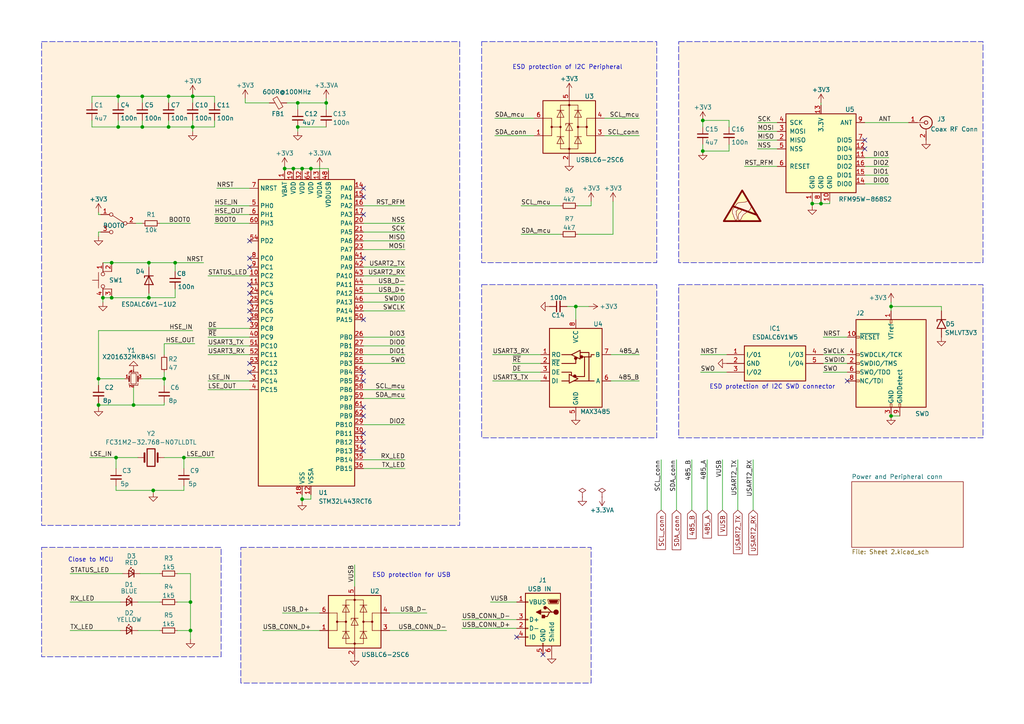
<source format=kicad_sch>
(kicad_sch (version 20230121) (generator eeschema)
  (paper "A4")
  (title_block (title "LoST 9632 Board") (date "2023-08-15") (rev "v1b") (company "SenseA Labs"))
  (lib_symbols
    (symbol "Collins_Custom_Libs:Conn_Coaxial_RF_Connector"
      (property "Reference" "J" (at 0 3.175 0))
      (property "Value" "Coax RF Conn" (at 3.175 -0.635 90))
      (symbol "Conn_Coaxial_RF_Connector_1_1"
        (pin passive line (at -5.08 0 0) (length 2.54) (name "In") (number "1"))
        (pin passive line (at 0 -5.08 90) (length 2.54) (name "GND") (number "2"))
        (pin passive line (at 0 -5.08 90) (length 2.54) hide (name "GND") (number "3"))
      )
    )
    (symbol "Collins_Custom_Libs:ESDALC6V1W5"
      (property "Reference" "IC" (at 24.13 7.62 0))
      (property "Value" "ESDALC6V1W5" (at 24.13 5.08 0))
      (symbol "ESDALC6V1W5_1_1"
        (pin passive line (at 0 0 0) (length 5.08) (name "I/01") (number "1"))
        (pin passive line (at 0 -2.54 0) (length 5.08) (name "GND") (number "2"))
        (pin passive line (at 0 -5.08 0) (length 5.08) (name "I/02") (number "3"))
        (pin passive line (at 27.94 0 180) (length 5.08) (name "I/03") (number "4"))
        (pin passive line (at 27.94 -2.54 180) (length 5.08) (name "I/04") (number "5"))
      )
    )
    (symbol "Connector:Conn_ARM_JTAG_SWD_10" (pin_names (offset 1.016))
      (property "Reference" "J" (at -2.54 16.51 0))
      (property "Value" "Conn_ARM_JTAG_SWD_10" (at -2.54 13.97 0))
      (symbol "Conn_ARM_JTAG_SWD_10_1_1"
        (pin power_in line (at 0 15.24 270) (length 2.54) (name "VTref") (number "1"))
        (pin open_collector line (at 12.7 7.62 180) (length 2.54) (name "~{RESET}") (number "10"))
        (pin bidirectional line (at 12.7 0 180) (length 2.54) (name "SWDIO/TMS") (number "2"))
        (pin power_in line (at 0 -15.24 90) (length 2.54) (name "GND") (number "3"))
        (pin output line (at 12.7 2.54 180) (length 2.54) (name "SWDCLK/TCK") (number "4"))
        (pin passive line (at 0 -15.24 90) (length 2.54) hide (name "GND") (number "5"))
        (pin input line (at 12.7 -2.54 180) (length 2.54) (name "SWO/TDO") (number "6"))
        (pin no_connect line (at -10.16 0 0) (length 2.54) hide (name "KEY") (number "7"))
        (pin output line (at 12.7 -5.08 180) (length 2.54) (name "NC/TDI") (number "8"))
        (pin passive line (at -2.54 -15.24 90) (length 2.54) (name "GNDDetect") (number "9"))
      )
    )
    (symbol "Connector:USB_B_Micro" (pin_names (offset 1.016))
      (property "Reference" "J" (at -5.08 11.43 0))
      (property "Value" "USB_B_Micro" (at -5.08 8.89 0))
      (symbol "USB_B_Micro_1_1"
        (pin power_out line (at 7.62 5.08 180) (length 2.54) (name "VBUS") (number "1"))
        (pin bidirectional line (at 7.62 -2.54 180) (length 2.54) (name "D-") (number "2"))
        (pin bidirectional line (at 7.62 0 180) (length 2.54) (name "D+") (number "3"))
        (pin passive line (at 7.62 -5.08 180) (length 2.54) (name "ID") (number "4"))
        (pin power_out line (at 0 -10.16 90) (length 2.54) (name "GND") (number "5"))
        (pin passive line (at -2.54 -10.16 90) (length 2.54) (name "Shield") (number "6"))
      )
    )
    (symbol "Device:C_Small" (pin_numbers hide) (pin_names (offset 0.254) hide)
      (property "Reference" "C" (at 0.254 1.778 0))
      (property "Value" "C_Small" (at 0.254 -2.032 0))
      (symbol "C_Small_1_1"
        (pin passive line (at 0 2.54 270) (length 2.032) (name "~") (number "1"))
        (pin passive line (at 0 -2.54 90) (length 2.032) (name "~") (number "2"))
      )
    )
    (symbol "Device:Crystal" (pin_numbers hide) (pin_names (offset 1.016) hide)
      (property "Reference" "Y" (at 0 3.81 0))
      (property "Value" "Crystal" (at 0 -3.81 0))
      (symbol "Crystal_1_1"
        (pin passive line (at -3.81 0 0) (length 1.27) (name "1") (number "1"))
        (pin passive line (at 3.81 0 180) (length 1.27) (name "2") (number "2"))
      )
    )
    (symbol "Device:Crystal_GND24_Small" (pin_names (offset 1.016) hide)
      (property "Reference" "Y" (at 1.27 4.445 0))
      (property "Value" "Crystal_GND24_Small" (at 1.27 2.54 0))
      (symbol "Crystal_GND24_Small_1_1"
        (pin passive line (at -2.54 0 0) (length 1.27) (name "1") (number "1"))
        (pin passive line (at 0 -2.54 90) (length 0.635) (name "2") (number "2"))
        (pin passive line (at 2.54 0 180) (length 1.27) (name "3") (number "3"))
        (pin passive line (at 0 2.54 270) (length 0.635) (name "4") (number "4"))
      )
    )
    (symbol "Device:FerriteBead_Small" (pin_numbers hide) (pin_names (offset 0))
      (property "Reference" "FB" (at 1.905 1.27 0))
      (property "Value" "FerriteBead_Small" (at 1.905 -1.27 0))
      (symbol "FerriteBead_Small_1_1"
        (pin passive line (at 0 2.54 270) (length 1.27) (name "~") (number "1"))
        (pin passive line (at 0 -2.54 90) (length 1.27) (name "~") (number "2"))
      )
    )
    (symbol "Device:LED_Small" (pin_numbers hide) (pin_names (offset 0.254) hide)
      (property "Reference" "D" (at -1.27 3.175 0))
      (property "Value" "LED_Small" (at -4.445 -2.54 0))
      (symbol "LED_Small_1_1"
        (pin passive line (at -2.54 0 0) (length 1.778) (name "K") (number "1"))
        (pin passive line (at 2.54 0 180) (length 1.778) (name "A") (number "2"))
      )
    )
    (symbol "Device:R_Small" (pin_numbers hide) (pin_names (offset 0.254) hide)
      (property "Reference" "R" (at 0.762 0.508 0))
      (property "Value" "R_Small" (at 0.762 -1.016 0))
      (symbol "R_Small_1_1"
        (pin passive line (at 0 2.54 270) (length 0.762) (name "~") (number "1"))
        (pin passive line (at 0 -2.54 90) (length 0.762) (name "~") (number "2"))
      )
    )
    (symbol "Diode:ESD5Zxx" (pin_numbers hide) (pin_names hide)
      (property "Reference" "D" (at 0 2.54 0))
      (property "Value" "ESD5Zxx" (at 0 -2.54 0))
      (symbol "ESD5Zxx_1_1"
        (pin passive line (at -3.81 0 0) (length 2.54) (name "K") (number "1"))
        (pin passive line (at 3.81 0 180) (length 2.54) (name "A") (number "2"))
      )
    )
    (symbol "Diode:SM6T6V8A" (pin_numbers hide) (pin_names (offset 1.016) hide)
      (property "Reference" "D" (at 0 2.54 0))
      (property "Value" "SM6T6V8A" (at 0 -2.54 0))
      (symbol "SM6T6V8A_1_1"
        (pin passive line (at -3.81 0 0) (length 2.54) (name "A1") (number "1"))
        (pin passive line (at 3.81 0 180) (length 2.54) (name "A2") (number "2"))
      )
    )
    (symbol "Graphic:SYM_ESD_Large" (in_bom no) (on_board no))
    (symbol "Interface_UART:MAX3485"
      (property "Reference" "U" (at -6.096 11.43 0))
      (property "Value" "MAX3485" (at 0.762 11.43 0))
      (symbol "MAX3485_1_1"
        (pin output line (at -10.16 2.54 0) (length 2.54) (name "RO") (number "1"))
        (pin input line (at -10.16 0 0) (length 2.54) (name "~{RE}") (number "2"))
        (pin input line (at -10.16 -2.54 0) (length 2.54) (name "DE") (number "3"))
        (pin input line (at -10.16 -5.08 0) (length 2.54) (name "DI") (number "4"))
        (pin power_in line (at 0 -15.24 90) (length 2.54) (name "GND") (number "5"))
        (pin bidirectional line (at 10.16 -5.08 180) (length 2.54) (name "A") (number "6"))
        (pin bidirectional line (at 10.16 2.54 180) (length 2.54) (name "B") (number "7"))
        (pin power_in line (at 0 12.7 270) (length 2.54) (name "VCC") (number "8"))
      )
    )
    (symbol "MCU_ST_STM32L4:STM32L443RCTx"
      (property "Reference" "U" (at -12.7 46.99 0))
      (property "Value" "STM32L443RCTx" (at 10.16 46.99 0))
      (symbol "STM32L443RCTx_1_1"
        (pin power_in line (at -5.08 48.26 270) (length 2.54) (name "VBAT") (number "1"))
        (pin bidirectional line (at -15.24 17.78 0) (length 2.54) (name "PC2") (number "10"))
        (pin bidirectional line (at -15.24 15.24 0) (length 2.54) (name "PC3") (number "11"))
        (pin power_in line (at 2.54 -45.72 90) (length 2.54) (name "VSSA") (number "12"))
        (pin power_in line (at 5.08 48.26 270) (length 2.54) (name "VDDA") (number "13"))
        (pin bidirectional line (at 17.78 43.18 180) (length 2.54) (name "PA0") (number "14"))
        (pin bidirectional line (at 17.78 40.64 180) (length 2.54) (name "PA1") (number "15"))
        (pin bidirectional line (at 17.78 38.1 180) (length 2.54) (name "PA2") (number "16"))
        (pin bidirectional line (at 17.78 35.56 180) (length 2.54) (name "PA3") (number "17"))
        (pin power_in line (at 0 -45.72 90) (length 2.54) (name "VSS") (number "18"))
        (pin power_in line (at -2.54 48.26 270) (length 2.54) (name "VDD") (number "19"))
        (pin bidirectional line (at -15.24 -10.16 0) (length 2.54) (name "PC13") (number "2"))
        (pin bidirectional line (at 17.78 33.02 180) (length 2.54) (name "PA4") (number "20"))
        (pin bidirectional line (at 17.78 30.48 180) (length 2.54) (name "PA5") (number "21"))
        (pin bidirectional line (at 17.78 27.94 180) (length 2.54) (name "PA6") (number "22"))
        (pin bidirectional line (at 17.78 25.4 180) (length 2.54) (name "PA7") (number "23"))
        (pin bidirectional line (at -15.24 12.7 0) (length 2.54) (name "PC4") (number "24"))
        (pin bidirectional line (at -15.24 10.16 0) (length 2.54) (name "PC5") (number "25"))
        (pin bidirectional line (at 17.78 0 180) (length 2.54) (name "PB0") (number "26"))
        (pin bidirectional line (at 17.78 -2.54 180) (length 2.54) (name "PB1") (number "27"))
        (pin bidirectional line (at 17.78 -5.08 180) (length 2.54) (name "PB2") (number "28"))
        (pin bidirectional line (at 17.78 -25.4 180) (length 2.54) (name "PB10") (number "29"))
        (pin bidirectional line (at -15.24 -12.7 0) (length 2.54) (name "PC14") (number "3"))
        (pin bidirectional line (at 17.78 -27.94 180) (length 2.54) (name "PB11") (number "30"))
        (pin passive line (at 0 -45.72 90) (length 2.54) hide (name "VSS") (number "31"))
        (pin power_in line (at 0 48.26 270) (length 2.54) (name "VDD") (number "32"))
        (pin bidirectional line (at 17.78 -30.48 180) (length 2.54) (name "PB12") (number "33"))
        (pin bidirectional line (at 17.78 -33.02 180) (length 2.54) (name "PB13") (number "34"))
        (pin bidirectional line (at 17.78 -35.56 180) (length 2.54) (name "PB14") (number "35"))
        (pin bidirectional line (at 17.78 -38.1 180) (length 2.54) (name "PB15") (number "36"))
        (pin bidirectional line (at -15.24 7.62 0) (length 2.54) (name "PC6") (number "37"))
        (pin bidirectional line (at -15.24 5.08 0) (length 2.54) (name "PC7") (number "38"))
        (pin bidirectional line (at -15.24 2.54 0) (length 2.54) (name "PC8") (number "39"))
        (pin bidirectional line (at -15.24 -15.24 0) (length 2.54) (name "PC15") (number "4"))
        (pin bidirectional line (at -15.24 0 0) (length 2.54) (name "PC9") (number "40"))
        (pin bidirectional line (at 17.78 22.86 180) (length 2.54) (name "PA8") (number "41"))
        (pin bidirectional line (at 17.78 20.32 180) (length 2.54) (name "PA9") (number "42"))
        (pin bidirectional line (at 17.78 17.78 180) (length 2.54) (name "PA10") (number "43"))
        (pin bidirectional line (at 17.78 15.24 180) (length 2.54) (name "PA11") (number "44"))
        (pin bidirectional line (at 17.78 12.7 180) (length 2.54) (name "PA12") (number "45"))
        (pin bidirectional line (at 17.78 10.16 180) (length 2.54) (name "PA13") (number "46"))
        (pin passive line (at 0 -45.72 90) (length 2.54) hide (name "VSS") (number "47"))
        (pin power_in line (at 7.62 48.26 270) (length 2.54) (name "VDDUSB") (number "48"))
        (pin bidirectional line (at 17.78 7.62 180) (length 2.54) (name "PA14") (number "49"))
        (pin bidirectional line (at -15.24 38.1 0) (length 2.54) (name "PH0") (number "5"))
        (pin bidirectional line (at 17.78 5.08 180) (length 2.54) (name "PA15") (number "50"))
        (pin bidirectional line (at -15.24 -2.54 0) (length 2.54) (name "PC10") (number "51"))
        (pin bidirectional line (at -15.24 -5.08 0) (length 2.54) (name "PC11") (number "52"))
        (pin bidirectional line (at -15.24 -7.62 0) (length 2.54) (name "PC12") (number "53"))
        (pin bidirectional line (at -15.24 27.94 0) (length 2.54) (name "PD2") (number "54"))
        (pin bidirectional line (at 17.78 -7.62 180) (length 2.54) (name "PB3") (number "55"))
        (pin bidirectional line (at 17.78 -10.16 180) (length 2.54) (name "PB4") (number "56"))
        (pin bidirectional line (at 17.78 -12.7 180) (length 2.54) (name "PB5") (number "57"))
        (pin bidirectional line (at 17.78 -15.24 180) (length 2.54) (name "PB6") (number "58"))
        (pin bidirectional line (at 17.78 -17.78 180) (length 2.54) (name "PB7") (number "59"))
        (pin bidirectional line (at -15.24 35.56 0) (length 2.54) (name "PH1") (number "6"))
        (pin bidirectional line (at -15.24 33.02 0) (length 2.54) (name "PH3") (number "60"))
        (pin bidirectional line (at 17.78 -20.32 180) (length 2.54) (name "PB8") (number "61"))
        (pin bidirectional line (at 17.78 -22.86 180) (length 2.54) (name "PB9") (number "62"))
        (pin passive line (at 0 -45.72 90) (length 2.54) hide (name "VSS") (number "63"))
        (pin power_in line (at 2.54 48.26 270) (length 2.54) (name "VDD") (number "64"))
        (pin input line (at -15.24 43.18 0) (length 2.54) (name "NRST") (number "7"))
        (pin bidirectional line (at -15.24 22.86 0) (length 2.54) (name "PC0") (number "8"))
        (pin bidirectional line (at -15.24 20.32 0) (length 2.54) (name "PC1") (number "9"))
      )
    )
    (symbol "Power_Protection:USBLC6-2SC6" (pin_names hide)
      (property "Reference" "U" (at 2.54 8.89 0))
      (property "Value" "USBLC6-2SC6" (at 2.54 -8.89 0))
      (symbol "USBLC6-2SC6_1_1"
        (pin passive line (at -10.16 -2.54 0) (length 2.54) (name "I/O1") (number "1"))
        (pin passive line (at 0 -10.16 90) (length 2.54) (name "GND") (number "2"))
        (pin passive line (at 10.16 -2.54 180) (length 2.54) (name "I/O2") (number "3"))
        (pin passive line (at 10.16 2.54 180) (length 2.54) (name "I/O2") (number "4"))
        (pin passive line (at 0 10.16 270) (length 2.54) (name "VBUS") (number "5"))
        (pin passive line (at -10.16 2.54 0) (length 2.54) (name "I/O1") (number "6"))
      )
    )
    (symbol "RF_Module:RFM95W-868S2" (pin_names (offset 1.016))
      (property "Reference" "U" (at -10.414 11.684 0))
      (property "Value" "RFM95W-868S2" (at 1.524 11.43 0))
      (symbol "RFM95W-868S2_1_1"
        (pin power_in line (at -2.54 -15.24 90) (length 2.54) (name "GND") (number "1"))
        (pin power_in line (at 2.54 -15.24 90) (length 2.54) (name "GND") (number "10"))
        (pin bidirectional line (at 12.7 -2.54 180) (length 2.54) (name "DIO3") (number "11"))
        (pin bidirectional line (at 12.7 0 180) (length 2.54) (name "DIO4") (number "12"))
        (pin power_in line (at 0 12.7 270) (length 2.54) (name "3.3V") (number "13"))
        (pin bidirectional line (at 12.7 -10.16 180) (length 2.54) (name "DIO0") (number "14"))
        (pin bidirectional line (at 12.7 -7.62 180) (length 2.54) (name "DIO1") (number "15"))
        (pin bidirectional line (at 12.7 -5.08 180) (length 2.54) (name "DIO2") (number "16"))
        (pin output line (at -12.7 2.54 0) (length 2.54) (name "MISO") (number "2"))
        (pin input line (at -12.7 5.08 0) (length 2.54) (name "MOSI") (number "3"))
        (pin input line (at -12.7 7.62 0) (length 2.54) (name "SCK") (number "4"))
        (pin input line (at -12.7 0 0) (length 2.54) (name "NSS") (number "5"))
        (pin bidirectional line (at -12.7 -5.08 0) (length 2.54) (name "RESET") (number "6"))
        (pin bidirectional line (at 12.7 2.54 180) (length 2.54) (name "DIO5") (number "7"))
        (pin power_in line (at 0 -15.24 90) (length 2.54) (name "GND") (number "8"))
        (pin bidirectional line (at 12.7 7.62 180) (length 2.54) (name "ANT") (number "9"))
      )
    )
    (symbol "Switch:SW_MEC_5E" (pin_names (offset 1.016) hide)
      (property "Reference" "SW" (at 0.635 5.715 0))
      (property "Value" "SW_MEC_5E" (at 0 -3.175 0))
      (symbol "SW_MEC_5E_0_1"
        (pin passive line (at -5.08 2.54 0) (length 2.54) (name "1") (number "1"))
        (pin passive line (at -5.08 0 0) (length 2.54) (name "2") (number "2"))
        (pin passive line (at 5.08 0 180) (length 2.54) (name "K") (number "3"))
        (pin passive line (at 5.08 2.54 180) (length 2.54) (name "A") (number "4"))
      )
    )
    (symbol "Switch:SW_SPDT" (pin_names (offset 0) hide)
      (property "Reference" "SW" (at 0 4.318 0))
      (property "Value" "SW_SPDT" (at 0 -5.08 0))
      (symbol "SW_SPDT_1_1"
        (pin passive line (at 5.08 2.54 180) (length 2.54) (name "A") (number "1"))
        (pin passive line (at -5.08 0 0) (length 2.54) (name "B") (number "2"))
        (pin passive line (at 5.08 -2.54 180) (length 2.54) (name "C") (number "3"))
      )
    )
    (symbol "power:+3.3VA" (power) (pin_names (offset 0))
      (property "Value" "+3.3VA" (at 0 3.556 0))
      (symbol "+3.3VA_1_1"
        (pin power_in line (at 0 0 90) (length 0) hide (name "+3.3VA") (number "1"))
      )
    )
    (symbol "power:+3V3" (power) (pin_names (offset 0))
      (property "Value" "+3V3" (at 0 3.556 0))
      (symbol "+3V3_1_1"
        (pin power_in line (at 0 0 90) (length 0) hide (name "+3V3") (number "1"))
      )
    )
    (symbol "power:GND" (power) (pin_names (offset 0))
      (property "Value" "GND" (at 0 -3.81 0))
      (symbol "GND_1_1"
        (pin power_in line (at 0 0 270) (length 0) hide (name "GND") (number "1"))
      )
    )
    (symbol "power:PWR_FLAG" (power) (pin_numbers hide) (pin_names (offset 0) hide)
      (property "Value" "PWR_FLAG" (at 0 3.81 0))
      (symbol "PWR_FLAG_0_0"
        (pin power_out line (at 0 0 90) (length 0) (name "pwr") (number "1"))
      )
    )
  )
  (junction (at 53.34 132.715))
  (junction (at 28.575 117.475))
  (junction (at 43.18 86.36))
  (junction (at 55.245 182.88))
  (junction (at 167.005 88.9))
  (junction (at 85.09 48.895))
  (junction (at 238.125 59.055))
  (junction (at 29.845 86.36))
  (junction (at 82.55 48.895))
  (junction (at 47.625 109.855))
  (junction (at 87.63 48.895))
  (junction (at 86.36 36.83))
  (junction (at 41.275 27.94))
  (junction (at 44.45 142.24))
  (junction (at 33.655 132.715))
  (junction (at 87.63 144.78))
  (junction (at 203.835 34.925))
  (junction (at 43.18 76.2))
  (junction (at 55.88 36.83))
  (junction (at 38.735 117.475))
  (junction (at 48.895 36.83))
  (junction (at 34.29 27.94))
  (junction (at 32.385 86.36))
  (junction (at 55.245 174.625))
  (junction (at 235.585 59.055))
  (junction (at 41.275 36.83))
  (junction (at 86.36 29.845))
  (junction (at 90.17 48.895))
  (junction (at 258.445 88.9))
  (junction (at 94.615 29.845))
  (junction (at 32.385 76.2))
  (junction (at 48.895 27.94))
  (junction (at 50.8 76.2))
  (junction (at 258.445 120.65))
  (junction (at 34.29 36.83))
  (junction (at 28.575 109.855))
  (junction (at 55.88 27.94))
  (junction (at 203.835 43.815))
  (no_connect (at 149.86 184.785))
  (no_connect (at 105.41 120.65))
  (no_connect (at 105.41 125.73))
  (no_connect (at 72.39 90.17))
  (no_connect (at 105.41 110.49))
  (no_connect (at 105.41 107.95))
  (no_connect (at 72.39 87.63))
  (no_connect (at 72.39 77.47))
  (no_connect (at 250.825 40.64))
  (no_connect (at 72.39 105.41))
  (no_connect (at 105.41 57.15))
  (no_connect (at 72.39 107.95))
  (no_connect (at 105.41 128.27))
  (no_connect (at 72.39 92.71))
  (no_connect (at 245.745 110.49))
  (no_connect (at 105.41 130.81))
  (no_connect (at 72.39 82.55))
  (no_connect (at 72.39 69.85))
  (no_connect (at 157.48 189.865))
  (no_connect (at 72.39 74.93))
  (no_connect (at 105.41 118.11))
  (no_connect (at 105.41 92.71))
  (no_connect (at 250.825 43.18))
  (no_connect (at 105.41 62.23))
  (no_connect (at 105.41 74.93))
  (no_connect (at 105.41 54.61))
  (no_connect (at 72.39 85.09))
  (wire (pts (xy 62.23 29.845) (xy 62.23 27.94)))
  (wire (pts (xy 41.275 64.77) (xy 39.37 64.77)))
  (wire (pts (xy 105.41 123.19) (xy 117.475 123.19)))
  (wire (pts (xy 235.585 59.69) (xy 235.585 59.055)))
  (wire (pts (xy 87.63 144.78) (xy 90.17 144.78)))
  (wire (pts (xy 105.41 69.85) (xy 117.475 69.85)))
  (wire (pts (xy 28.575 62.23) (xy 28.575 61.595)))
  (wire (pts (xy 105.41 135.89) (xy 117.475 135.89)))
  (wire (pts (xy 203.835 36.83) (xy 203.835 34.925)))
  (wire (pts (xy 48.895 34.925) (xy 48.895 36.83)))
  (wire (pts (xy 48.895 36.83) (xy 55.88 36.83)))
  (wire (pts (xy 105.41 80.01) (xy 117.475 80.01)))
  (wire (pts (xy 20.32 166.37) (xy 35.56 166.37)))
  (wire (pts (xy 258.445 120.65) (xy 260.985 120.65)))
  (wire (pts (xy 191.77 133.35) (xy 191.77 147.955)))
  (wire (pts (xy 240.665 59.055) (xy 238.125 59.055)))
  (wire (pts (xy 133.985 182.245) (xy 149.86 182.245)))
  (wire (pts (xy 34.29 27.94) (xy 41.275 27.94)))
  (wire (pts (xy 38.735 117.475) (xy 38.735 112.395)))
  (wire (pts (xy 105.41 113.03) (xy 117.475 113.03)))
  (wire (pts (xy 219.71 35.56) (xy 225.425 35.56)))
  (wire (pts (xy 43.18 76.2) (xy 32.385 76.2)))
  (wire (pts (xy 82.55 48.895) (xy 85.09 48.895)))
  (wire (pts (xy 175.26 39.37) (xy 185.42 39.37)))
  (wire (pts (xy 238.76 97.79) (xy 245.745 97.79)))
  (wire (pts (xy 43.18 76.2) (xy 43.18 77.47)))
  (wire (pts (xy 245.745 102.87) (xy 238.76 102.87)))
  (wire (pts (xy 170.815 88.9) (xy 167.005 88.9)))
  (wire (pts (xy 71.12 28.575) (xy 71.12 29.845)))
  (wire (pts (xy 20.32 182.88) (xy 34.925 182.88)))
  (wire (pts (xy 105.41 105.41) (xy 117.475 105.41)))
  (wire (pts (xy 60.325 102.87) (xy 72.39 102.87)))
  (wire (pts (xy 44.45 142.24) (xy 44.45 142.875)))
  (wire (pts (xy 41.275 36.83) (xy 48.895 36.83)))
  (wire (pts (xy 51.435 182.88) (xy 55.245 182.88)))
  (wire (pts (xy 60.325 95.25) (xy 72.39 95.25)))
  (wire (pts (xy 105.41 85.09) (xy 117.475 85.09)))
  (wire (pts (xy 82.55 48.26) (xy 82.55 48.895)))
  (wire (pts (xy 34.29 34.925) (xy 34.29 36.83)))
  (wire (pts (xy 154.94 39.37) (xy 143.51 39.37)))
  (wire (pts (xy 28.575 109.855) (xy 28.575 111.76)))
  (wire (pts (xy 238.125 59.055) (xy 235.585 59.055)))
  (wire (pts (xy 62.23 62.23) (xy 72.39 62.23)))
  (wire (pts (xy 34.29 36.83) (xy 41.275 36.83)))
  (wire (pts (xy 142.875 102.87) (xy 156.845 102.87)))
  (wire (pts (xy 62.23 59.69) (xy 72.39 59.69)))
  (wire (pts (xy 151.13 59.69) (xy 162.56 59.69)))
  (wire (pts (xy 219.71 43.18) (xy 225.425 43.18)))
  (wire (pts (xy 95.25 49.53) (xy 95.25 48.895)))
  (wire (pts (xy 105.41 87.63) (xy 117.475 87.63)))
  (wire (pts (xy 215.9 48.26) (xy 225.425 48.26)))
  (wire (pts (xy 41.275 109.855) (xy 47.625 109.855)))
  (wire (pts (xy 38.735 117.475) (xy 47.625 117.475)))
  (wire (pts (xy 53.34 132.715) (xy 62.23 132.715)))
  (wire (pts (xy 28.575 117.475) (xy 38.735 117.475)))
  (wire (pts (xy 142.875 110.49) (xy 156.845 110.49)))
  (wire (pts (xy 105.41 97.79) (xy 117.475 97.79)))
  (wire (pts (xy 71.12 29.845) (xy 78.105 29.845)))
  (wire (pts (xy 177.8 67.945) (xy 177.8 58.42)))
  (wire (pts (xy 53.34 132.715) (xy 53.34 135.89)))
  (wire (pts (xy 87.63 48.895) (xy 87.63 49.53)))
  (wire (pts (xy 235.585 59.055) (xy 235.585 58.42)))
  (wire (pts (xy 238.125 29.845) (xy 238.125 30.48)))
  (wire (pts (xy 105.41 115.57) (xy 117.475 115.57)))
  (wire (pts (xy 250.825 45.72) (xy 257.81 45.72)))
  (wire (pts (xy 51.435 166.37) (xy 55.245 166.37)))
  (wire (pts (xy 87.63 48.895) (xy 90.17 48.895)))
  (wire (pts (xy 196.215 133.35) (xy 196.215 147.955)))
  (wire (pts (xy 47.625 132.715) (xy 53.34 132.715)))
  (wire (pts (xy 50.8 76.2) (xy 50.8 78.74)))
  (wire (pts (xy 94.615 31.75) (xy 94.615 29.845)))
  (wire (pts (xy 240.665 58.42) (xy 240.665 59.055)))
  (wire (pts (xy 47.625 109.855) (xy 47.625 111.76)))
  (wire (pts (xy 203.835 43.815) (xy 211.455 43.815)))
  (wire (pts (xy 203.835 41.91) (xy 203.835 43.815)))
  (wire (pts (xy 26.67 27.94) (xy 34.29 27.94)))
  (wire (pts (xy 32.385 86.36) (xy 29.845 86.36)))
  (wire (pts (xy 55.88 27.94) (xy 48.895 27.94)))
  (wire (pts (xy 258.445 88.9) (xy 258.445 90.17)))
  (wire (pts (xy 60.325 100.33) (xy 72.39 100.33)))
  (wire (pts (xy 273.05 88.9) (xy 258.445 88.9)))
  (wire (pts (xy 209.55 133.35) (xy 209.55 147.955)))
  (wire (pts (xy 258.445 87.63) (xy 258.445 88.9)))
  (wire (pts (xy 50.8 83.82) (xy 50.8 86.36)))
  (wire (pts (xy 86.36 36.83) (xy 86.36 38.1)))
  (wire (pts (xy 85.09 48.895) (xy 87.63 48.895)))
  (wire (pts (xy 90.17 49.53) (xy 90.17 48.895)))
  (wire (pts (xy 86.36 31.75) (xy 86.36 29.845)))
  (wire (pts (xy 245.745 105.41) (xy 238.76 105.41)))
  (wire (pts (xy 50.8 86.36) (xy 43.18 86.36)))
  (wire (pts (xy 105.41 59.69) (xy 117.475 59.69)))
  (wire (pts (xy 164.465 88.9) (xy 167.005 88.9)))
  (wire (pts (xy 55.88 27.94) (xy 55.88 29.845)))
  (wire (pts (xy 105.41 82.55) (xy 117.475 82.55)))
  (wire (pts (xy 154.94 34.29) (xy 143.51 34.29)))
  (wire (pts (xy 55.245 182.88) (xy 55.245 185.42)))
  (wire (pts (xy 85.09 48.895) (xy 85.09 49.53)))
  (wire (pts (xy 250.825 50.8) (xy 257.81 50.8)))
  (wire (pts (xy 87.63 145.415) (xy 87.63 144.78)))
  (wire (pts (xy 105.41 102.87) (xy 117.475 102.87)))
  (wire (pts (xy 26.67 36.83) (xy 34.29 36.83)))
  (wire (pts (xy 62.23 34.925) (xy 62.23 36.83)))
  (wire (pts (xy 167.005 88.9) (xy 167.005 92.71)))
  (wire (pts (xy 113.03 177.8) (xy 123.825 177.8)))
  (wire (pts (xy 218.44 133.35) (xy 218.44 147.955)))
  (wire (pts (xy 113.03 182.88) (xy 129.54 182.88)))
  (wire (pts (xy 28.575 67.31) (xy 28.575 68.58)))
  (wire (pts (xy 171.45 59.69) (xy 171.45 58.42)))
  (wire (pts (xy 36.195 109.855) (xy 28.575 109.855)))
  (wire (pts (xy 33.655 132.715) (xy 40.005 132.715)))
  (wire (pts (xy 40.005 182.88) (xy 46.355 182.88)))
  (wire (pts (xy 60.325 80.01) (xy 72.39 80.01)))
  (wire (pts (xy 105.41 100.33) (xy 117.475 100.33)))
  (wire (pts (xy 55.88 27.94) (xy 62.23 27.94)))
  (wire (pts (xy 211.455 41.91) (xy 211.455 43.815)))
  (wire (pts (xy 213.995 133.35) (xy 213.995 147.955)))
  (wire (pts (xy 60.325 113.03) (xy 72.39 113.03)))
  (wire (pts (xy 55.245 174.625) (xy 55.245 182.88)))
  (wire (pts (xy 210.82 107.95) (xy 203.2 107.95)))
  (wire (pts (xy 250.825 48.26) (xy 257.81 48.26)))
  (wire (pts (xy 51.435 174.625) (xy 55.245 174.625)))
  (wire (pts (xy 29.21 62.23) (xy 28.575 62.23)))
  (wire (pts (xy 250.825 53.34) (xy 257.81 53.34)))
  (wire (pts (xy 50.8 76.2) (xy 59.055 76.2)))
  (wire (pts (xy 76.2 182.88) (xy 92.71 182.88)))
  (wire (pts (xy 32.385 86.36) (xy 43.18 86.36)))
  (wire (pts (xy 47.625 116.84) (xy 47.625 117.475)))
  (wire (pts (xy 177.165 102.87) (xy 185.42 102.87)))
  (wire (pts (xy 55.88 36.83) (xy 55.88 34.925)))
  (wire (pts (xy 26.67 29.845) (xy 26.67 27.94)))
  (wire (pts (xy 56.515 99.695) (xy 47.625 99.695)))
  (wire (pts (xy 34.29 27.94) (xy 34.29 29.845)))
  (wire (pts (xy 40.64 166.37) (xy 46.355 166.37)))
  (wire (pts (xy 167.64 59.69) (xy 171.45 59.69)))
  (wire (pts (xy 62.23 36.83) (xy 55.88 36.83)))
  (wire (pts (xy 29.21 67.31) (xy 28.575 67.31)))
  (wire (pts (xy 175.26 34.29) (xy 185.42 34.29)))
  (wire (pts (xy 245.745 107.95) (xy 238.76 107.95)))
  (wire (pts (xy 62.865 54.61) (xy 72.39 54.61)))
  (wire (pts (xy 55.88 27.305) (xy 55.88 27.94)))
  (wire (pts (xy 105.41 133.35) (xy 117.475 133.35)))
  (wire (pts (xy 142.24 174.625) (xy 149.86 174.625)))
  (wire (pts (xy 250.825 35.56) (xy 263.525 35.56)))
  (wire (pts (xy 32.385 76.2) (xy 29.845 76.2)))
  (wire (pts (xy 205.105 133.35) (xy 205.105 147.955)))
  (wire (pts (xy 273.05 90.17) (xy 273.05 88.9)))
  (wire (pts (xy 41.275 34.925) (xy 41.275 36.83)))
  (wire (pts (xy 47.625 99.695) (xy 47.625 102.87)))
  (wire (pts (xy 55.245 64.77) (xy 46.355 64.77)))
  (wire (pts (xy 81.915 177.8) (xy 92.71 177.8)))
  (wire (pts (xy 203.835 34.925) (xy 211.455 34.925)))
  (wire (pts (xy 105.41 90.17) (xy 117.475 90.17)))
  (wire (pts (xy 162.56 67.945) (xy 151.13 67.945)))
  (wire (pts (xy 50.8 76.2) (xy 43.18 76.2)))
  (wire (pts (xy 219.71 40.64) (xy 225.425 40.64)))
  (wire (pts (xy 211.455 34.925) (xy 211.455 36.83)))
  (wire (pts (xy 219.71 38.1) (xy 225.425 38.1)))
  (wire (pts (xy 60.325 97.79) (xy 72.39 97.79)))
  (wire (pts (xy 148.59 107.95) (xy 156.845 107.95)))
  (wire (pts (xy 53.34 140.97) (xy 53.34 142.24)))
  (wire (pts (xy 60.325 110.49) (xy 72.39 110.49)))
  (wire (pts (xy 53.34 142.24) (xy 44.45 142.24)))
  (wire (pts (xy 87.63 144.78) (xy 87.63 143.51)))
  (wire (pts (xy 40.005 174.625) (xy 46.355 174.625)))
  (wire (pts (xy 102.87 163.83) (xy 102.87 170.18)))
  (wire (pts (xy 26.035 132.715) (xy 33.655 132.715)))
  (wire (pts (xy 148.59 105.41) (xy 156.845 105.41)))
  (wire (pts (xy 47.625 107.95) (xy 47.625 109.855)))
  (wire (pts (xy 177.165 110.49) (xy 185.42 110.49)))
  (wire (pts (xy 167.64 67.945) (xy 177.8 67.945)))
  (wire (pts (xy 82.55 48.895) (xy 82.55 49.53)))
  (wire (pts (xy 210.82 102.87) (xy 203.2 102.87)))
  (wire (pts (xy 90.17 48.895) (xy 95.25 48.895)))
  (wire (pts (xy 238.125 58.42) (xy 238.125 59.055)))
  (wire (pts (xy 28.575 118.11) (xy 28.575 117.475)))
  (wire (pts (xy 33.655 140.97) (xy 33.655 142.24)))
  (wire (pts (xy 62.23 64.77) (xy 72.39 64.77)))
  (wire (pts (xy 28.575 117.475) (xy 28.575 116.84)))
  (wire (pts (xy 33.655 142.24) (xy 44.45 142.24)))
  (wire (pts (xy 20.32 174.625) (xy 34.925 174.625)))
  (wire (pts (xy 94.615 28.575) (xy 94.615 29.845)))
  (wire (pts (xy 48.895 27.94) (xy 41.275 27.94)))
  (wire (pts (xy 43.18 86.36) (xy 43.18 85.09)))
  (wire (pts (xy 94.615 36.83) (xy 86.36 36.83)))
  (wire (pts (xy 105.41 67.31) (xy 117.475 67.31)))
  (wire (pts (xy 55.245 166.37) (xy 55.245 174.625)))
  (wire (pts (xy 94.615 29.845) (xy 86.36 29.845)))
  (wire (pts (xy 105.41 77.47) (xy 117.475 77.47)))
  (wire (pts (xy 29.845 86.36) (xy 29.845 87.63)))
  (wire (pts (xy 83.185 29.845) (xy 86.36 29.845)))
  (wire (pts (xy 105.41 64.77) (xy 117.475 64.77)))
  (wire (pts (xy 48.895 27.94) (xy 48.895 29.845)))
  (wire (pts (xy 105.41 72.39) (xy 117.475 72.39)))
  (wire (pts (xy 90.17 144.78) (xy 90.17 143.51)))
  (wire (pts (xy 55.88 38.1) (xy 55.88 36.83)))
  (wire (pts (xy 133.985 179.705) (xy 149.86 179.705)))
  (wire (pts (xy 92.71 48.26) (xy 92.71 49.53)))
  (wire (pts (xy 200.66 133.35) (xy 200.66 147.955)))
  (wire (pts (xy 28.575 95.885) (xy 55.88 95.885)))
  (wire (pts (xy 41.275 27.94) (xy 41.275 29.845)))
  (wire (pts (xy 26.67 34.925) (xy 26.67 36.83)))
  (wire (pts (xy 33.655 135.89) (xy 33.655 132.715)))
  (wire (pts (xy 28.575 95.885) (xy 28.575 109.855)))
  (rectangle (start 69.85 158.75) (end 171.45 198.12) (stroke (width 0) (type dash)) (fill (type color) (color 255 229 191 0.5)))
  (rectangle (start 12.065 12.065) (end 133.35 152.4) (stroke (width 0) (type dash)) (fill (type color) (color 255 229 191 0.5)))
  (rectangle (start 139.7 82.55) (end 190.5 127) (stroke (width 0) (type dash)) (fill (type color) (color 255 229 191 0.5)))
  (rectangle (start 196.85 12.065) (end 285.115 76.2) (stroke (width 0) (type dash)) (fill (type color) (color 255 229 191 0.5)))
  (rectangle (start 139.7 12.065) (end 190.5 76.2) (stroke (width 0) (type dash)) (fill (type color) (color 255 229 191 0.5)))
  (rectangle (start 196.85 82.55) (end 285.115 127) (stroke (width 0) (type dash)) (fill (type color) (color 255 229 191 0.5)))
  (rectangle (start 12.065 158.75) (end 64.135 190.5) (stroke (width 0) (type dash)) (fill (type color) (color 255 229 191 0.5)))
  (text "Close to MCU\n" (at 19.685 163.195 0) (effects (font (size 1.27 1.27)) (justify left bottom)))
  (text "ESD protection for USB" (at 107.95 167.64 0) (effects (font (size 1.27 1.27)) (justify left bottom)))
  (text "ESD protection of I2C Peripheral" (at 148.59 20.32 0) (effects (font (size 1.27 1.27)) (justify left bottom)))
  (text "ESD protection of I2C SWD connector" (at 205.74 113.03 0) (effects (font (size 1.27 1.27)) (justify left bottom)))
  (label "485_A" (at 205.105 133.35 270))
  (label "USB_CONN_D+" (at 133.985 182.245 0))
  (label "485_B" (at 200.66 133.35 270))
  (label "USB_D+" (at 117.475 85.09 180))
  (label "USART3_RX" (at 142.875 102.87 0))
  (label "SWO" (at 203.2 107.95 0))
  (label "SDA_mcu" (at 151.13 67.945 0))
  (label "SCL_mcu" (at 117.475 113.03 180))
  (label "USB_D-" (at 123.825 177.8 180))
  (label "RST_RFM" (at 117.475 59.69 180))
  (label "485_B" (at 185.42 110.49 180))
  (label "SDA_mcu" (at 143.51 34.29 0))
  (label "MISO" (at 219.71 40.64 0))
  (label "~{RE}" (at 60.325 97.79 0))
  (label "USART2_RX" (at 117.475 80.01 180))
  (label "MOSI" (at 219.71 38.1 0))
  (label "LSE_OUT" (at 62.23 132.715 180))
  (label "SDA_conn" (at 196.215 133.35 270))
  (label "DIO2" (at 117.475 123.19 180))
  (label "USB_CONN_D+" (at 76.2 182.88 0))
  (label "SCK" (at 117.475 67.31 180))
  (label "TX_LED" (at 20.32 182.88 0))
  (label "ANT" (at 258.445 35.56 180))
  (label "USART3_TX" (at 60.325 100.33 0))
  (label "SWO" (at 238.76 107.95 0))
  (label "USB_CONN_D-" (at 133.985 179.705 0))
  (label "SWDIO" (at 245.11 105.41 180))
  (label "NSS" (at 219.71 43.18 0))
  (label "DIO1" (at 117.475 102.87 180))
  (label "SWDIO" (at 117.475 87.63 180))
  (label "TX_LED" (at 117.475 135.89 180))
  (label "SWCLK" (at 245.11 102.87 180))
  (label "USB_D-" (at 117.475 82.55 180))
  (label "RX_LED" (at 117.475 133.35 180))
  (label "STATUS_LED" (at 60.325 80.01 0))
  (label "VUSB" (at 142.24 174.625 0))
  (label "NRST" (at 203.2 102.87 0))
  (label "SWO" (at 117.475 105.41 180))
  (label "LSE_IN" (at 60.325 110.49 0))
  (label "DIO3" (at 257.81 45.72 180))
  (label "NRST" (at 62.865 54.61 0))
  (label "BOOT0" (at 62.23 64.77 0))
  (label "USART3_RX" (at 60.325 102.87 0))
  (label "SCL_conn" (at 185.42 39.37 180))
  (label "SDA_conn" (at 143.51 39.37 0))
  (label "HSE_OUT" (at 56.515 99.695 180))
  (label "DE" (at 148.59 107.95 0))
  (label "SCL_mcu" (at 185.42 34.29 180))
  (label "SCK" (at 219.71 35.56 0))
  (label "NRST" (at 59.055 76.2 180))
  (label "USART3_TX" (at 142.875 110.49 0))
  (label "LSE_IN" (at 26.035 132.715 0))
  (label "VUSB" (at 102.87 163.83 270))
  (label "BOOT0" (at 55.245 64.77 180))
  (label "HSE_OUT" (at 62.23 62.23 0))
  (label "DIO3" (at 117.475 97.79 180))
  (label "MISO" (at 117.475 69.85 180))
  (label "DE" (at 60.325 95.25 0))
  (label "DIO2" (at 257.81 48.26 180))
  (label "HSE_IN" (at 62.23 59.69 0))
  (label "USART2_TX" (at 213.995 133.35 270))
  (label "SWCLK" (at 117.475 90.17 180))
  (label "NSS" (at 117.475 64.77 180))
  (label "DIO0" (at 117.475 100.33 180))
  (label "USB_D+" (at 81.915 177.8 0))
  (label "RX_LED" (at 20.32 174.625 0))
  (label "DIO0" (at 257.81 53.34 180))
  (label "USART2_RX" (at 218.44 133.35 270))
  (label "485_A" (at 185.42 102.87 180))
  (label "RST_RFM" (at 215.9 48.26 0))
  (label "DIO1" (at 257.81 50.8 180))
  (label "VUSB" (at 209.55 133.35 270))
  (label "SCL_conn" (at 191.77 133.35 270))
  (label "SDA_mcu" (at 117.475 115.57 180))
  (label "MOSI" (at 117.475 72.39 180))
  (label "~{RE}" (at 148.59 105.41 0))
  (label "NRST" (at 238.76 97.79 0))
  (label "SCL_mcu" (at 151.13 59.69 0))
  (label "HSE_IN" (at 55.88 95.885 180))
  (label "LSE_OUT" (at 60.325 113.03 0))
  (label "USB_CONN_D-" (at 129.54 182.88 180))
  (label "STATUS_LED" (at 20.32 166.37 0))
  (label "USART2_TX" (at 117.475 77.47 180))
  (global_label "485_A" (shape input) (at 205.105 147.955 270) (property "Intersheetrefs" "${INTERSHEET_REFS}" (effects hide)))
  (global_label "485_B" (shape input) (at 200.66 147.955 270) (property "Intersheetrefs" "${INTERSHEET_REFS}" (effects hide)))
  (global_label "USART2_TX" (shape input) (at 213.995 147.955 270) (property "Intersheetrefs" "${INTERSHEET_REFS}" (effects hide)))
  (global_label "SCL_conn" (shape input) (at 191.77 147.955 270) (property "Intersheetrefs" "${INTERSHEET_REFS}" (effects hide)))
  (global_label "VUSB" (shape input) (at 209.55 147.955 270) (property "Intersheetrefs" "${INTERSHEET_REFS}" (effects hide)))
  (global_label "SDA_conn" (shape input) (at 196.215 147.955 270) (property "Intersheetrefs" "${INTERSHEET_REFS}" (effects hide)))
  (global_label "USART2_RX" (shape input) (at 218.44 147.955 270) (property "Intersheetrefs" "${INTERSHEET_REFS}" (effects hide)))
  (symbol (lib_id "power:GND") (at 167.005 120.65 0) (mirror y) (unit 1)
    (property "Reference" "#PWR021" (effects hide))
    (property "Value" "GND" (effects hide))
  )
  (symbol (lib_id "power:GND") (at 28.575 68.58 0) (mirror y) (unit 1)
    (property "Reference" "#PWR02" (effects hide))
    (property "Value" "GND" (effects hide))
  )
  (symbol (lib_id "power:GND") (at 87.63 145.415 0) (mirror y) (unit 1)
    (property "Reference" "#PWR013" (effects hide))
    (property "Value" "GND" (effects hide))
  )
  (symbol (lib_id "Device:R_Small") (at 43.815 64.77 270) (mirror x) (unit 1)
    (property "Reference" "R1" (at 43.815 62.23 90))
    (property "Value" "10k" (at 43.815 66.675 90))
    (property "Footprint" "Resistor_SMD:R_0402_1005Metric" (effects hide))
  )
  (symbol (lib_id "Device:C_Small") (at 203.835 39.37 0) (unit 1)
    (property "Reference" "C15" (at 204.47 37.465 0) (effects (justify left)))
    (property "Value" "4u7" (at 204.47 41.275 0) (effects (justify left)))
    (property "Footprint" "Capacitor_SMD:C_0603_1608Metric" (effects hide))
  )
  (symbol (lib_id "power:+3V3") (at 203.835 34.925 0) (unit 1)
    (property "Reference" "#PWR027" (effects hide))
    (property "Value" "+3V3" (at 203.835 31.115 0))
  )
  (symbol (lib_id "power:GND") (at 160.02 189.865 0) (mirror y) (unit 1)
    (property "Reference" "#PWR018" (effects hide))
    (property "Value" "GND" (effects hide))
  )
  (symbol (lib_id "Device:C_Small") (at 26.67 32.385 0) (unit 1)
    (property "Reference" "C1" (at 27.305 30.48 0) (effects (justify left)))
    (property "Value" "4u7" (at 27.305 34.29 0) (effects (justify left)))
    (property "Footprint" "Capacitor_SMD:C_0603_1608Metric" (effects hide))
  )
  (symbol (lib_id "power:GND") (at 235.585 59.69 0) (unit 1)
    (property "Reference" "#PWR030" (effects hide))
    (property "Value" "GND" (effects hide))
  )
  (symbol (lib_id "Device:C_Small") (at 53.34 138.43 0) (mirror y) (unit 1)
    (property "Reference" "C9" (at 57.785 136.525 0) (effects (justify left)))
    (property "Value" "5p" (at 57.15 140.335 0) (effects (justify left)))
    (property "Footprint" "Capacitor_SMD:C_0402_1005Metric" (effects hide))
  )
  (symbol (lib_id "power:GND") (at 210.82 105.41 270) (unit 1)
    (property "Reference" "#PWR029" (effects hide))
    (property "Value" "GND" (effects hide))
  )
  (symbol (lib_id "MCU_ST_STM32L4:STM32L443RCTx") (at 87.63 97.79 0) (unit 1)
    (property "Reference" "U1" (at 92.3641 142.875 0) (effects (justify left)))
    (property "Value" "STM32L443RCT6" (at 92.3641 145.415 0) (effects (justify left)))
    (property "Footprint" "Package_QFP:LQFP-64_10x10mm_P0.5mm" (effects hide))
    (property "Datasheet" "https://www.st.com/resource/en/datasheet/stm32l443rc.pdf" (effects hide))
  )
  (symbol (lib_id "Device:Crystal") (at 43.815 132.715 0) (unit 1)
    (property "Reference" "Y2" (at 43.815 125.73 0))
    (property "Value" "FC31M2-32.768-N07LLDTL" (at 43.815 128.27 0))
    (property "Footprint" "Crystal:Crystal_SMD_3215-2Pin_3.2x1.5mm" (effects hide))
    (property "Datasheet" "https://datasheet.lcsc.com/lcsc/2207211730_HCI-FC31M2-32-768-N07LLDTL_C5120558.pdf" (effects hide))
  )
  (symbol (lib_id "power:+3.3VA") (at 174.625 144.145 0) (mirror x) (unit 1)
    (property "Reference" "#PWR025" (effects hide))
    (property "Value" "+3.3VA" (at 174.625 147.955 0))
  )
  (symbol (lib_id "Device:C_Small") (at 86.36 34.29 0) (unit 1)
    (property "Reference" "C12" (at 88.265 33.02 0) (effects (justify left)))
    (property "Value" "4u7" (at 87.63 35.56 0) (effects (justify left)))
    (property "Footprint" "Capacitor_SMD:C_0603_1608Metric" (effects hide))
  )
  (symbol (lib_id "Device:R_Small") (at 48.895 174.625 90) (mirror x) (unit 1)
    (property "Reference" "R4" (at 48.895 170.18 90))
    (property "Value" "1k5" (at 48.895 172.72 90))
    (property "Footprint" "Resistor_SMD:R_0603_1608Metric" (effects hide))
  )
  (symbol (lib_id "Interface_UART:MAX3485") (at 167.005 105.41 0) (unit 1)
    (property "Reference" "U4" (at 172.085 93.98 0) (effects (justify left)))
    (property "Value" "MAX3485" (at 168.275 119.38 0) (effects (justify left)))
    (property "Footprint" "Package_SO:SOIC-8_3.9x4.9mm_P1.27mm" (effects hide))
    (property "Datasheet" "https://datasheets.maximintegrated.com/en/ds/MAX3483-MAX3491.pdf" (effects hide))
  )
  (symbol (lib_id "Device:C_Small") (at 211.455 39.37 0) (unit 1)
    (property "Reference" "C16" (at 212.09 37.465 0) (effects (justify left)))
    (property "Value" "100n" (at 212.09 41.275 0) (effects (justify left)))
    (property "Footprint" "Capacitor_SMD:C_0402_1005Metric" (effects hide))
  )
  (symbol (lib_id "Device:R_Small") (at 165.1 67.945 90) (mirror x) (unit 1)
    (property "Reference" "R7" (at 165.1 63.5 90))
    (property "Value" "4k7" (at 165.1 66.04 90))
    (property "Footprint" "Resistor_SMD:R_0603_1608Metric" (effects hide))
  )
  (symbol (lib_id "power:GND") (at 273.05 97.79 0) (unit 1)
    (property "Reference" "#PWR035" (effects hide))
    (property "Value" "GND" (effects hide))
  )
  (symbol (lib_id "Device:R_Small") (at 47.625 105.41 0) (mirror y) (unit 1)
    (property "Reference" "R2" (at 50.165 104.14 0))
    (property "Value" "47" (at 50.165 106.68 0))
    (property "Footprint" "Resistor_SMD:R_0402_1005Metric" (effects hide))
  )
  (symbol (lib_id "Graphic:SYM_ESD_Large") (at 215.265 59.055 0) (unit 1) (in_bom no) (on_board no)
    (property "Reference" "#SYM1" (effects hide))
    (property "Value" "SYM_ESD_Large" (effects hide))
    (property "Sim.Enable" "1" (effects hide))
  )
  (symbol (lib_id "power:GND") (at 44.45 142.875 0) (unit 1)
    (property "Reference" "#PWR06" (effects hide))
    (property "Value" "GND" (effects hide))
  )
  (symbol (lib_id "Device:FerriteBead_Small") (at 80.645 29.845 90) (mirror x) (unit 1)
    (property "Reference" "FB1" (at 80.645 33.02 90))
    (property "Value" "600R@100MHz" (at 83.185 26.67 90))
    (property "Footprint" "Inductor_SMD:L_0603_1608Metric" (effects hide))
  )
  (symbol (lib_id "power:+3V3") (at 28.575 61.595 0) (mirror y) (unit 1)
    (property "Reference" "#PWR01" (effects hide))
    (property "Value" "+3V3" (at 28.575 57.785 0))
  )
  (symbol (lib_id "Collins_Custom_Libs:ESDALC6V1W5") (at 210.82 102.87 0) (unit 1)
    (property "Reference" "IC1" (at 224.79 95.25 0))
    (property "Value" "ESDALC6V1W5" (at 224.79 97.79 0))
    (property "Footprint" "Package_TO_SOT_SMD:SOT-23-5" (effects hide))
    (property "Datasheet" "http://www.st.com/web/en/resource/technical/document/datasheet/CD00002946.pdf" (effects hide))
    (property "Height" "1.1" (effects hide))
    (property "Manufacturer_Name" "STMicroelectronics" (effects hide))
    (property "Manufacturer_Part_Number" "ESDALC6V1W5" (effects hide))
    (property "Mouser Part Number" "511-ESDALC6V1W5" (effects hide))
    (property "Mouser Price/Stock" "https://www.mouser.co.uk/ProductDetail/STMicroelectronics/ESDALC6V1W5?qs=C%2FEejvvdwQ4xcyFnfrFaDw%3D%3D" (effects hide))
    (property "Arrow Part Number" "ESDALC6V1W5" (effects hide))
    (property "Arrow Price/Stock" "https://www.arrow.com/en/products/esdalc6v1w5/stmicroelectronics?region=nac" (effects hide))
  )
  (symbol (lib_id "power:+3V3") (at 258.445 87.63 0) (mirror y) (unit 1)
    (property "Reference" "#PWR032" (effects hide))
    (property "Value" "+3V3" (at 254.635 86.36 0))
  )
  (symbol (lib_id "power:+3V3") (at 82.55 48.26 0) (unit 1)
    (property "Reference" "#PWR011" (effects hide))
    (property "Value" "+3V3" (at 82.55 44.45 0))
  )
  (symbol (lib_id "Device:C_Small") (at 28.575 114.3 0) (mirror y) (unit 1)
    (property "Reference" "C2" (at 33.02 112.395 0) (effects (justify left)))
    (property "Value" "8p" (at 32.385 116.205 0) (effects (justify left)))
    (property "Footprint" "Capacitor_SMD:C_0402_1005Metric" (effects hide))
  )
  (symbol (lib_id "power:+3.3VA") (at 94.615 28.575 0) (mirror y) (unit 1)
    (property "Reference" "#PWR015" (effects hide))
    (property "Value" "+3.3VA" (at 94.615 24.765 0))
  )
  (symbol (lib_id "Device:R_Small") (at 165.1 59.69 90) (mirror x) (unit 1)
    (property "Reference" "R6" (at 165.1 55.245 90))
    (property "Value" "4k7" (at 165.1 57.785 90))
    (property "Footprint" "Resistor_SMD:R_0603_1608Metric" (effects hide))
  )
  (symbol (lib_id "power:GND") (at 28.575 118.11 0) (unit 1)
    (property "Reference" "#PWR03" (effects hide))
    (property "Value" "GND" (effects hide))
  )
  (symbol (lib_id "power:PWR_FLAG") (at 168.91 144.145 0) (unit 1)
    (property "Reference" "#FLG01" (effects hide))
    (property "Value" "PWR_FLAG" (effects hide))
  )
  (symbol (lib_id "power:GND") (at 159.385 88.9 270) (mirror x) (unit 1)
    (property "Reference" "#PWR017" (effects hide))
    (property "Value" "GND" (effects hide))
  )
  (symbol (lib_id "Device:C_Small") (at 94.615 34.29 0) (unit 1)
    (property "Reference" "C13" (at 96.52 33.02 0) (effects (justify left)))
    (property "Value" "100n" (at 96.52 35.56 0) (effects (justify left)))
    (property "Footprint" "Capacitor_SMD:C_0402_1005Metric" (effects hide))
  )
  (symbol (lib_id "Device:C_Small") (at 34.29 32.385 0) (unit 1)
    (property "Reference" "C4" (at 34.925 30.48 0) (effects (justify left)))
    (property "Value" "100n" (at 34.925 34.29 0) (effects (justify left)))
    (property "Footprint" "Capacitor_SMD:C_0402_1005Metric" (effects hide))
  )
  (symbol (lib_id "Diode:ESD5Zxx") (at 43.18 81.28 90) (mirror x) (unit 1)
    (property "Reference" "D4" (at 40.64 78.74 90))
    (property "Value" "ESDALC6V1-1U2" (at 43.18 88.265 90))
    (property "Footprint" "Diode_SMD:D_SOD-523" (effects hide))
    (property "Datasheet" "https://www.onsemi.com/pdf/datasheet/esd5z2.5t1-d.pdf" (effects hide))
  )
  (symbol (lib_id "power:+3V3") (at 55.88 27.305 0) (unit 1)
    (property "Reference" "#PWR08" (effects hide))
    (property "Value" "+3V3" (at 55.88 23.495 0))
  )
  (symbol (lib_id "power:+3V3") (at 171.45 58.42 0) (unit 1)
    (property "Reference" "#PWR024" (effects hide))
    (property "Value" "+3V3" (at 171.45 54.61 0))
  )
  (symbol (lib_id "Power_Protection:USBLC6-2SC6") (at 165.1 36.83 0) (unit 1)
    (property "Reference" "U3" (at 169.545 27.94 0) (effects (justify left)))
    (property "Value" "USBLC6-2SC6" (at 167.005 46.355 0) (effects (justify left)))
    (property "Footprint" "Package_TO_SOT_SMD:SOT-23-6" (effects hide))
    (property "Datasheet" "https://www.st.com/resource/en/datasheet/usblc6-2.pdf" (effects hide))
  )
  (symbol (lib_id "power:GND") (at 102.87 190.5 0) (mirror y) (unit 1)
    (property "Reference" "#PWR016" (effects hide))
    (property "Value" "GND" (effects hide))
  )
  (symbol (lib_id "power:GND") (at 165.1 46.99 0) (mirror y) (unit 1)
    (property "Reference" "#PWR020" (effects hide))
    (property "Value" "GND" (effects hide))
  )
  (symbol (lib_id "power:+3V3") (at 177.8 58.42 0) (unit 1)
    (property "Reference" "#PWR026" (effects hide))
    (property "Value" "+3V3" (at 177.8 54.61 0))
  )
  (symbol (lib_id "power:+3V3") (at 71.12 28.575 0) (mirror y) (unit 1)
    (property "Reference" "#PWR010" (effects hide))
    (property "Value" "+3V3" (at 71.12 24.765 0))
  )
  (symbol (lib_id "power:+3V3") (at 170.815 88.9 270) (unit 1)
    (property "Reference" "#PWR023" (effects hide))
    (property "Value" "+3V3" (at 176.53 88.9 90))
  )
  (symbol (lib_id "power:+3.3VA") (at 92.71 48.26 0) (mirror y) (unit 1)
    (property "Reference" "#PWR014" (effects hide))
    (property "Value" "+3.3VA" (at 92.71 44.45 0))
  )
  (symbol (lib_id "power:+3V3") (at 238.125 29.845 0) (unit 1)
    (property "Reference" "#PWR031" (effects hide))
    (property "Value" "+3V3" (at 238.125 26.035 0))
  )
  (symbol (lib_id "Device:C_Small") (at 55.88 32.385 0) (unit 1)
    (property "Reference" "C10" (at 56.515 30.48 0) (effects (justify left)))
    (property "Value" "100n" (at 56.515 34.29 0) (effects (justify left)))
    (property "Footprint" "Capacitor_SMD:C_0402_1005Metric" (effects hide))
  )
  (symbol (lib_id "Diode:SM6T6V8A") (at 273.05 93.98 90) (mirror x) (unit 1)
    (property "Reference" "D5" (at 275.59 93.98 90))
    (property "Value" "SMLVT3V3" (at 278.765 96.52 90))
    (property "Footprint" "Collins_Custom_Libs:SMB" (effects hide))
    (property "Datasheet" "https://datasheet.lcsc.com/lcsc/1811021517_STMicroelectronics-SMLVT3V3_C283619.pdf" (effects hide))
  )
  (symbol (lib_id "Device:LED_Small") (at 37.465 174.625 0) (mirror y) (unit 1)
    (property "Reference" "D1" (at 37.465 169.545 0))
    (property "Value" "BLUE" (at 37.465 171.45 0))
    (property "Footprint" "LED_SMD:LED_0603_1608Metric" (effects hide))
  )
  (symbol (lib_id "power:GND") (at 203.835 43.815 0) (unit 1)
    (property "Reference" "#PWR028" (effects hide))
    (property "Value" "GND" (effects hide))
  )
  (symbol (lib_id "Switch:SW_SPDT") (at 34.29 64.77 0) (mirror y) (unit 1)
    (property "Reference" "BOOT0" (at 33.02 65.405 0))
    (property "Value" "SW_SPDT" (effects hide))
    (property "Footprint" "Button_Switch_SMD:SW_SPDT_PCM12" (effects hide))
  )
  (symbol (lib_id "power:GND") (at 268.605 40.64 0) (unit 1)
    (property "Reference" "#PWR034" (effects hide))
    (property "Value" "GND" (effects hide))
  )
  (symbol (lib_id "Device:R_Small") (at 48.895 166.37 90) (mirror x) (unit 1)
    (property "Reference" "R3" (at 48.895 161.925 90))
    (property "Value" "1k5" (at 48.895 164.465 90))
    (property "Footprint" "Resistor_SMD:R_0603_1608Metric" (effects hide))
  )
  (symbol (lib_id "Switch:SW_MEC_5E") (at 32.385 81.28 90) (mirror x) (unit 1)
    (property "Reference" "SW1" (at 33.655 81.28 90))
    (property "Value" "SW_MEC_5E" (effects hide))
    (property "Footprint" "Collins_Custom_Libs:SW4-SMD-5.2X5.2X1.5MM" (effects hide))
    (property "Datasheet" "http://www.apem.com/int/index.php?controller=attachment&id_attachment=1371" (effects hide))
  )
  (symbol (lib_id "Device:R_Small") (at 48.895 182.88 90) (mirror x) (unit 1)
    (property "Reference" "R5" (at 48.895 178.435 90))
    (property "Value" "1k5" (at 48.895 180.975 90))
    (property "Footprint" "Resistor_SMD:R_0603_1608Metric" (effects hide))
  )
  (symbol (lib_id "Device:Crystal_GND24_Small") (at 38.735 109.855 0) (unit 1)
    (property "Reference" "Y1" (at 38.1 101.6 0))
    (property "Value" "X201632MKB4SI" (at 37.465 103.505 0))
    (property "Footprint" "Crystal:Crystal_SMD_2016-4Pin_2.0x1.6mm" (effects hide))
    (property "Datasheet" "https://datasheet.lcsc.com/lcsc/2103291240_Yangxing-Tech-X201632MKB4SI_C718072.pdf" (effects hide))
  )
  (symbol (lib_id "Device:C_Small") (at 48.895 32.385 0) (unit 1)
    (property "Reference" "C7" (at 49.53 30.48 0) (effects (justify left)))
    (property "Value" "100n" (at 49.53 34.29 0) (effects (justify left)))
    (property "Footprint" "Capacitor_SMD:C_0402_1005Metric" (effects hide))
  )
  (symbol (lib_id "Power_Protection:USBLC6-2SC6") (at 102.87 180.34 0) (unit 1)
    (property "Reference" "U2" (at 107.315 171.45 0) (effects (justify left)))
    (property "Value" "USBLC6-2SC6" (at 104.775 189.865 0) (effects (justify left)))
    (property "Footprint" "Package_TO_SOT_SMD:SOT-23-6" (effects hide))
    (property "Datasheet" "https://www.st.com/resource/en/datasheet/usblc6-2.pdf" (effects hide))
  )
  (symbol (lib_id "Device:C_Small") (at 33.655 138.43 0) (mirror y) (unit 1)
    (property "Reference" "C3" (at 38.1 136.525 0) (effects (justify left)))
    (property "Value" "5p" (at 37.465 140.335 0) (effects (justify left)))
    (property "Footprint" "Capacitor_SMD:C_0402_1005Metric" (effects hide))
  )
  (symbol (lib_id "RF_Module:RFM95W-868S2") (at 238.125 43.18 0) (unit 1)
    (property "Reference" "U5" (at 245.11 31.75 0) (effects (justify left)))
    (property "Value" "RFM95W-868S2" (at 243.205 57.785 0) (effects (justify left)))
    (property "Footprint" "Collins_Custom_Libs:HOPERF_RFM9X" (effects hide))
    (property "Datasheet" "https://www.hoperf.com/data/upload/portal/20181127/5bfcbea20e9ef.pdf" (effects hide))
  )
  (symbol (lib_id "Device:LED_Small") (at 37.465 182.88 0) (mirror y) (unit 1)
    (property "Reference" "D2" (at 37.465 177.8 0))
    (property "Value" "YELLOW" (at 37.465 179.705 0))
    (property "Footprint" "LED_SMD:LED_0603_1608Metric" (effects hide))
  )
  (symbol (lib_id "power:GND") (at 55.245 185.42 0) (unit 1)
    (property "Reference" "#PWR07" (effects hide))
    (property "Value" "GND" (effects hide))
  )
  (symbol (lib_id "Device:C_Small") (at 161.925 88.9 90) (unit 1)
    (property "Reference" "C14" (at 163.83 91.44 90) (effects (justify left)))
    (property "Value" "100n" (at 164.465 86.36 90) (effects (justify left)))
    (property "Footprint" "Capacitor_SMD:C_0402_1005Metric" (effects hide))
  )
  (symbol (lib_id "power:GND") (at 258.445 120.65 0) (unit 1)
    (property "Reference" "#PWR033" (effects hide))
    (property "Value" "GND" (effects hide))
  )
  (symbol (lib_id "power:GND") (at 86.36 38.1 0) (unit 1)
    (property "Reference" "#PWR012" (effects hide))
    (property "Value" "GND" (effects hide))
  )
  (symbol (lib_id "power:GND") (at 55.88 38.1 0) (unit 1)
    (property "Reference" "#PWR09" (effects hide))
    (property "Value" "GND" (effects hide))
  )
  (symbol (lib_id "Collins_Custom_Libs:Conn_Coaxial_RF_Connector") (at 268.605 35.56 0) (unit 1)
    (property "Reference" "J3" (at 271.78 34.5832 0) (effects (justify left)))
    (property "Value" "Coax RF Conn" (at 269.875 37.465 0) (effects (justify left)))
    (property "Footprint" "Collins_Custom_Libs:GT-RF1125A-01G" (effects hide))
    (property "Datasheet" "https://datasheet.lcsc.com/lcsc/2304071800_G-Switch-GT-RF1125A-01G_C5299419.pdf" (effects hide))
  )
  (symbol (lib_id "power:GND") (at 29.845 87.63 0) (mirror y) (unit 1)
    (property "Reference" "#PWR04" (effects hide))
    (property "Value" "GND" (effects hide))
  )
  (symbol (lib_id "Device:C_Small") (at 50.8 81.28 0) (mirror y) (unit 1)
    (property "Reference" "C8" (at 53.975 79.375 0) (effects (justify left)))
    (property "Value" "100n" (at 56.515 83.185 0) (effects (justify left)))
    (property "Footprint" "Capacitor_SMD:C_0402_1005Metric" (effects hide))
  )
  (symbol (lib_id "Connector:USB_B_Micro") (at 157.48 179.705 0) (mirror y) (unit 1)
    (property "Reference" "J1" (at 156.21 168.275 0) (effects (justify right)))
    (property "Value" "USB IN" (at 153.035 170.815 0) (effects (justify right)))
    (property "Footprint" "Collins_Custom_Libs:USB_B_Micro" (effects hide))
    (property "Datasheet" "https://datasheet.lcsc.com/lcsc/1912111437_Amphenol-ICC-10103594-0001LF_C428495.pdf" (effects hide))
  )
  (symbol (lib_id "Connector:Conn_ARM_JTAG_SWD_10") (at 258.445 105.41 0) (mirror y) (unit 1)
    (property "Reference" "J2" (at 248.285 90.805 0) (effects (justify right)))
    (property "Value" "SWD" (at 265.43 120.015 0) (effects (justify right)))
    (property "Footprint" "Connector_PinHeader_1.27mm:PinHeader_2x05_P1.27mm_Vertical" (effects hide))
    (property "Datasheet" "http://infocenter.arm.com/help/topic/com.arm.doc.ddi0314h/DDI0314H_coresight_components_trm.pdf" (effects hide))
  )
  (symbol (lib_id "power:GND") (at 38.735 107.315 0) (mirror x) (unit 1)
    (property "Reference" "#PWR05" (effects hide))
    (property "Value" "GND" (effects hide))
  )
  (symbol (lib_id "power:+3V3") (at 165.1 26.67 0) (unit 1)
    (property "Reference" "#PWR019" (effects hide))
    (property "Value" "+3V3" (at 165.1 22.86 0))
  )
  (symbol (lib_id "Device:C_Small") (at 62.23 32.385 0) (unit 1)
    (property "Reference" "C11" (at 62.865 30.48 0) (effects (justify left)))
    (property "Value" "100n" (at 62.865 34.29 0) (effects (justify left)))
    (property "Footprint" "Capacitor_SMD:C_0402_1005Metric" (effects hide))
  )
  (symbol (lib_id "Device:LED_Small") (at 38.1 166.37 0) (mirror y) (unit 1)
    (property "Reference" "D3" (at 38.1 161.29 0))
    (property "Value" "RED" (at 38.1 163.195 0))
    (property "Footprint" "LED_SMD:LED_0603_1608Metric" (effects hide))
  )
  (symbol (lib_id "power:PWR_FLAG") (at 174.625 144.145 0) (unit 1)
    (property "Reference" "#FLG02" (effects hide))
    (property "Value" "PWR_FLAG" (effects hide))
  )
  (symbol (lib_id "Device:C_Small") (at 41.275 32.385 0) (unit 1)
    (property "Reference" "C5" (at 41.91 30.48 0) (effects (justify left)))
    (property "Value" "100n" (at 41.91 34.29 0) (effects (justify left)))
    (property "Footprint" "Capacitor_SMD:C_0402_1005Metric" (effects hide))
  )
  (symbol (lib_id "Device:C_Small") (at 47.625 114.3 0) (mirror y) (unit 1)
    (property "Reference" "C6" (at 52.07 112.395 0) (effects (justify left)))
    (property "Value" "8p" (at 51.435 116.205 0) (effects (justify left)))
    (property "Footprint" "Capacitor_SMD:C_0402_1005Metric" (effects hide))
  )
  (symbol (lib_id "power:GND") (at 168.91 144.145 0) (unit 1)
    (property "Reference" "#PWR022" (effects hide))
    (property "Value" "GND" (effects hide))
  )
  (sheet (at 247.015 139.7) (size 32.385 19.05) (stroke (width 0.1524)) (fill (color 255 229 191 0.5000))
    (property "Sheetname" "Power and Peripheral conn" (at 247.015 138.9884 0) (effects (justify left bottom)))
    (property "Sheetfile" "Sheet 2.kicad_sch" (at 247.015 159.3346 0) (effects (justify left top)))
  )
)
</source>
